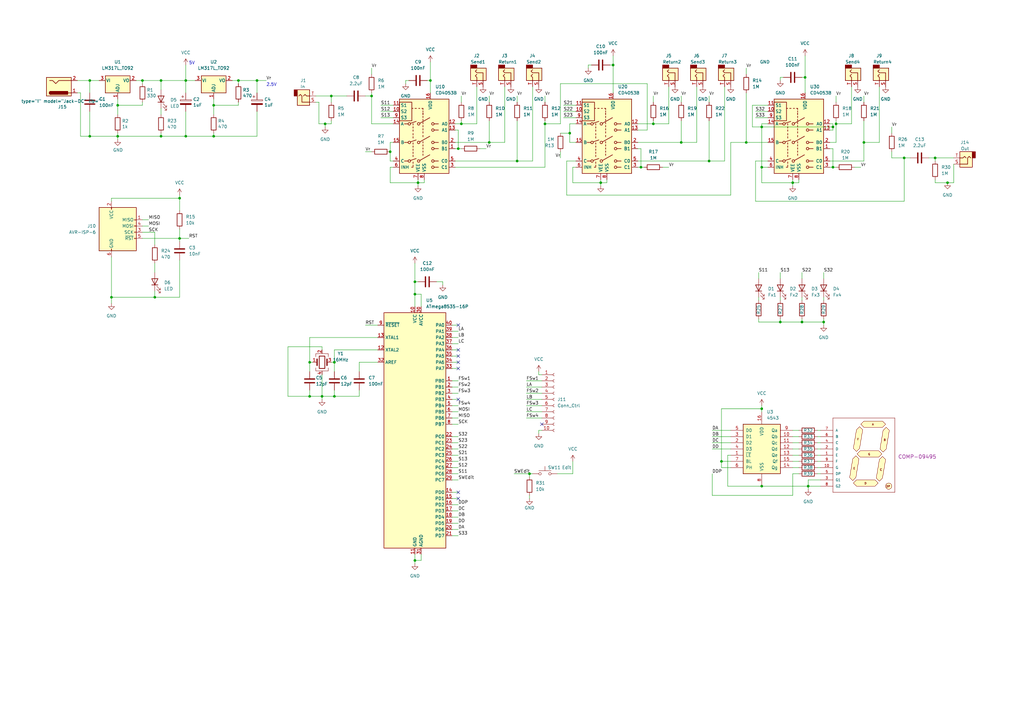
<source format=kicad_sch>
(kicad_sch (version 20211123) (generator eeschema)
  (paper "A3")
  (title_block (title "Pedal Fx Composer") (date "2022-11-01") (rev "1") (company "BDM"))
  (junction (at 66.04 33.02))
  (junction (at 325.12 74.93))
  (junction (at 233.68 54.61))
  (junction (at 127 162.56))
  (junction (at 223.52 50.8))
  (junction (at 127 148.59))
  (junction (at 137.16 162.56))
  (junction (at 135.89 39.37))
  (junction (at 87.63 55.88))
  (junction (at 73.66 81.28))
  (junction (at 48.26 43.18))
  (junction (at 295.91 189.23))
  (junction (at 58.42 33.02))
  (junction (at 189.23 50.8))
  (junction (at 87.63 43.18))
  (junction (at 63.5 121.92))
  (junction (at 306.07 58.42))
  (junction (at 388.62 74.93))
  (junction (at 105.41 33.02))
  (junction (at 312.42 68.58))
  (junction (at 137.16 148.59))
  (junction (at 267.97 50.8))
  (junction (at 330.2 31.75))
  (junction (at 342.9 50.8))
  (junction (at 251.46 26.67))
  (junction (at 170.18 120.65))
  (junction (at 176.53 33.02))
  (junction (at 36.83 33.02))
  (junction (at 170.18 229.87))
  (junction (at 132.08 162.56))
  (junction (at 187.96 60.96))
  (junction (at 76.2 33.02))
  (junction (at 36.83 55.88))
  (junction (at 66.04 55.88))
  (junction (at 170.18 115.57))
  (junction (at 217.17 194.31))
  (junction (at 341.63 52.07))
  (junction (at 370.84 64.77))
  (junction (at 152.4 39.37))
  (junction (at 337.82 132.08))
  (junction (at 200.66 58.42))
  (junction (at 331.47 199.39))
  (junction (at 383.54 64.77))
  (junction (at 45.72 121.92))
  (junction (at 246.38 74.93))
  (junction (at 312.42 167.64))
  (junction (at 212.09 66.04))
  (junction (at 73.66 97.79))
  (junction (at 171.45 74.93))
  (junction (at 97.79 33.02))
  (junction (at 279.4 58.42))
  (junction (at 290.83 66.04))
  (junction (at 320.04 132.08))
  (junction (at 133.35 50.8))
  (junction (at 48.26 55.88))
  (junction (at 76.2 55.88))
  (junction (at 160.02 62.23))
  (junction (at 328.93 132.08))
  (junction (at 354.33 58.42))
  (junction (at 312.42 199.39))
  (junction (at 312.42 52.07))
  (junction (at 341.63 68.58))
  (junction (at 262.89 68.58))
  (no_connect (at 187.96 133.35))
  (no_connect (at 187.96 148.59))
  (no_connect (at 187.96 163.83))
  (no_connect (at 222.25 173.99))
  (no_connect (at 187.96 201.93))
  (no_connect (at 187.96 151.13))
  (no_connect (at 187.96 146.05))
  (no_connect (at 187.96 204.47))
  (no_connect (at 187.96 143.51))
  (wire (pts (xy 172.72 125.73) (xy 172.72 120.65)))
  (wire (pts (xy 292.1 203.2) (xy 325.12 203.2)))
  (wire (pts (xy 350.52 68.58) (xy 353.06 68.58)))
  (wire (pts (xy 267.97 50.8) (xy 267.97 49.53)))
  (wire (pts (xy 325.12 194.31) (xy 327.66 194.31)))
  (wire (pts (xy 354.33 66.04) (xy 354.33 58.42)))
  (wire (pts (xy 185.42 209.55) (xy 187.96 209.55)))
  (wire (pts (xy 360.68 58.42) (xy 354.33 58.42)))
  (wire (pts (xy 95.25 33.02) (xy 97.79 33.02)))
  (wire (pts (xy 328.93 121.92) (xy 328.93 123.19)))
  (wire (pts (xy 87.63 43.18) (xy 87.63 40.64)))
  (wire (pts (xy 299.72 186.69) (xy 298.45 186.69)))
  (wire (pts (xy 97.79 33.02) (xy 97.79 34.29)))
  (wire (pts (xy 215.9 158.75) (xy 222.25 158.75)))
  (wire (pts (xy 299.72 58.42) (xy 306.07 58.42)))
  (wire (pts (xy 312.42 166.37) (xy 312.42 167.64)))
  (wire (pts (xy 127 138.43) (xy 154.94 138.43)))
  (wire (pts (xy 36.83 33.02) (xy 36.83 38.1)))
  (wire (pts (xy 185.42 148.59) (xy 187.96 148.59)))
  (wire (pts (xy 328.93 130.81) (xy 328.93 132.08)))
  (wire (pts (xy 63.5 107.95) (xy 63.5 111.76)))
  (wire (pts (xy 135.89 148.59) (xy 137.16 148.59)))
  (wire (pts (xy 295.91 189.23) (xy 295.91 167.64)))
  (wire (pts (xy 187.96 204.47) (xy 185.42 204.47)))
  (wire (pts (xy 328.93 31.75) (xy 330.2 31.75)))
  (wire (pts (xy 242.57 26.67) (xy 241.3 26.67)))
  (wire (pts (xy 173.99 74.93) (xy 173.99 73.66)))
  (wire (pts (xy 48.26 43.18) (xy 48.26 46.99)))
  (wire (pts (xy 232.41 80.01) (xy 299.72 80.01)))
  (wire (pts (xy 306.07 27.94) (xy 306.07 30.48)))
  (wire (pts (xy 185.42 146.05) (xy 187.96 146.05)))
  (wire (pts (xy 261.62 58.42) (xy 279.4 58.42)))
  (wire (pts (xy 73.66 121.92) (xy 63.5 121.92)))
  (wire (pts (xy 299.72 191.77) (xy 295.91 191.77)))
  (wire (pts (xy 312.42 167.64) (xy 312.42 168.91)))
  (wire (pts (xy 63.5 95.25) (xy 63.5 100.33)))
  (wire (pts (xy 132.08 162.56) (xy 137.16 162.56)))
  (wire (pts (xy 325.12 181.61) (xy 327.66 181.61)))
  (wire (pts (xy 130.81 41.91) (xy 130.81 50.8)))
  (wire (pts (xy 186.69 53.34) (xy 187.96 53.34)))
  (wire (pts (xy 36.83 55.88) (xy 48.26 55.88)))
  (wire (pts (xy 250.19 26.67) (xy 251.46 26.67)))
  (wire (pts (xy 320.04 121.92) (xy 320.04 123.19)))
  (wire (pts (xy 325.12 186.69) (xy 327.66 186.69)))
  (wire (pts (xy 132.08 142.24) (xy 118.11 142.24)))
  (wire (pts (xy 171.45 73.66) (xy 171.45 74.93)))
  (wire (pts (xy 325.12 179.07) (xy 327.66 179.07)))
  (wire (pts (xy 73.66 97.79) (xy 77.47 97.79)))
  (wire (pts (xy 187.96 201.93) (xy 185.42 201.93)))
  (wire (pts (xy 320.04 111.76) (xy 320.04 114.3)))
  (wire (pts (xy 135.89 50.8) (xy 135.89 49.53)))
  (wire (pts (xy 147.32 162.56) (xy 137.16 162.56)))
  (wire (pts (xy 185.42 138.43) (xy 187.96 138.43)))
  (wire (pts (xy 340.36 66.04) (xy 354.33 66.04)))
  (wire (pts (xy 342.9 39.37) (xy 342.9 41.91)))
  (wire (pts (xy 156.21 45.72) (xy 161.29 45.72)))
  (wire (pts (xy 335.28 179.07) (xy 336.55 179.07)))
  (wire (pts (xy 200.66 39.37) (xy 200.66 41.91)))
  (wire (pts (xy 233.68 54.61) (xy 233.68 58.42)))
  (wire (pts (xy 161.29 68.58) (xy 160.02 68.58)))
  (wire (pts (xy 335.28 176.53) (xy 336.55 176.53)))
  (wire (pts (xy 76.2 33.02) (xy 80.01 33.02)))
  (wire (pts (xy 185.42 140.97) (xy 187.96 140.97)))
  (wire (pts (xy 215.9 166.37) (xy 222.25 166.37)))
  (wire (pts (xy 185.42 166.37) (xy 187.96 166.37)))
  (wire (pts (xy 176.53 33.02) (xy 176.53 38.1)))
  (wire (pts (xy 185.42 207.01) (xy 187.96 207.01)))
  (wire (pts (xy 251.46 26.67) (xy 251.46 38.1)))
  (wire (pts (xy 388.62 74.93) (xy 391.16 74.93)))
  (wire (pts (xy 349.25 50.8) (xy 342.9 50.8)))
  (wire (pts (xy 170.18 229.87) (xy 172.72 229.87)))
  (wire (pts (xy 58.42 92.71) (xy 60.96 92.71)))
  (wire (pts (xy 262.89 60.96) (xy 262.89 68.58)))
  (wire (pts (xy 186.69 68.58) (xy 223.52 68.58)))
  (wire (pts (xy 137.16 143.51) (xy 137.16 148.59)))
  (wire (pts (xy 132.08 153.67) (xy 132.08 162.56)))
  (wire (pts (xy 233.68 50.8) (xy 233.68 54.61)))
  (wire (pts (xy 87.63 55.88) (xy 87.63 54.61)))
  (wire (pts (xy 147.32 148.59) (xy 147.32 152.4)))
  (wire (pts (xy 172.72 120.65) (xy 170.18 120.65)))
  (wire (pts (xy 234.95 194.31) (xy 234.95 189.23)))
  (wire (pts (xy 58.42 97.79) (xy 73.66 97.79)))
  (wire (pts (xy 228.6 194.31) (xy 234.95 194.31)))
  (wire (pts (xy 271.78 68.58) (xy 274.32 68.58)))
  (wire (pts (xy 335.28 189.23) (xy 336.55 189.23)))
  (wire (pts (xy 381 64.77) (xy 383.54 64.77)))
  (wire (pts (xy 279.4 49.53) (xy 279.4 58.42)))
  (wire (pts (xy 342.9 58.42) (xy 342.9 50.8)))
  (wire (pts (xy 370.84 82.55) (xy 370.84 64.77)))
  (wire (pts (xy 187.96 53.34) (xy 187.96 60.96)))
  (wire (pts (xy 160.02 62.23) (xy 160.02 66.04)))
  (wire (pts (xy 170.18 227.33) (xy 170.18 229.87)))
  (wire (pts (xy 261.62 50.8) (xy 267.97 50.8)))
  (wire (pts (xy 337.82 121.92) (xy 337.82 123.19)))
  (wire (pts (xy 207.01 58.42) (xy 200.66 58.42)))
  (wire (pts (xy 290.83 49.53) (xy 290.83 66.04)))
  (wire (pts (xy 176.53 25.4) (xy 176.53 33.02)))
  (wire (pts (xy 290.83 66.04) (xy 261.62 66.04)))
  (wire (pts (xy 295.91 191.77) (xy 295.91 189.23)))
  (wire (pts (xy 341.63 52.07) (xy 341.63 53.34)))
  (wire (pts (xy 341.63 53.34) (xy 340.36 53.34)))
  (wire (pts (xy 45.72 105.41) (xy 45.72 121.92)))
  (wire (pts (xy 312.42 68.58) (xy 312.42 74.93)))
  (wire (pts (xy 229.87 54.61) (xy 233.68 54.61)))
  (wire (pts (xy 223.52 49.53) (xy 223.52 50.8)))
  (wire (pts (xy 207.01 35.56) (xy 207.01 58.42)))
  (wire (pts (xy 66.04 33.02) (xy 58.42 33.02)))
  (wire (pts (xy 185.42 219.71) (xy 187.96 219.71)))
  (wire (pts (xy 187.96 60.96) (xy 189.23 60.96)))
  (wire (pts (xy 220.98 152.4) (xy 220.98 153.67)))
  (wire (pts (xy 166.37 33.02) (xy 166.37 34.29)))
  (wire (pts (xy 309.88 66.04) (xy 309.88 82.55)))
  (wire (pts (xy 279.4 39.37) (xy 279.4 41.91)))
  (wire (pts (xy 383.54 64.77) (xy 391.16 64.77)))
  (wire (pts (xy 341.63 68.58) (xy 342.9 68.58)))
  (wire (pts (xy 118.11 142.24) (xy 118.11 162.56)))
  (wire (pts (xy 215.9 168.91) (xy 222.25 168.91)))
  (wire (pts (xy 76.2 55.88) (xy 87.63 55.88)))
  (wire (pts (xy 309.88 82.55) (xy 370.84 82.55)))
  (wire (pts (xy 185.42 191.77) (xy 187.96 191.77)))
  (wire (pts (xy 285.75 58.42) (xy 285.75 35.56)))
  (wire (pts (xy 212.09 49.53) (xy 212.09 66.04)))
  (wire (pts (xy 185.42 196.85) (xy 187.96 196.85)))
  (wire (pts (xy 97.79 43.18) (xy 97.79 41.91)))
  (wire (pts (xy 149.86 39.37) (xy 152.4 39.37)))
  (wire (pts (xy 383.54 64.77) (xy 383.54 66.04)))
  (wire (pts (xy 233.68 58.42) (xy 236.22 58.42)))
  (wire (pts (xy 292.1 176.53) (xy 299.72 176.53)))
  (wire (pts (xy 274.32 35.56) (xy 274.32 50.8)))
  (wire (pts (xy 274.32 50.8) (xy 267.97 50.8)))
  (wire (pts (xy 58.42 33.02) (xy 58.42 34.29)))
  (wire (pts (xy 341.63 60.96) (xy 341.63 68.58)))
  (wire (pts (xy 236.22 68.58) (xy 234.95 68.58)))
  (wire (pts (xy 212.09 66.04) (xy 218.44 66.04)))
  (wire (pts (xy 186.69 66.04) (xy 212.09 66.04)))
  (wire (pts (xy 135.89 39.37) (xy 142.24 39.37)))
  (wire (pts (xy 133.35 50.8) (xy 135.89 50.8)))
  (wire (pts (xy 215.9 163.83) (xy 222.25 163.83)))
  (wire (pts (xy 73.66 93.98) (xy 73.66 97.79)))
  (wire (pts (xy 331.47 196.85) (xy 331.47 199.39)))
  (wire (pts (xy 306.07 58.42) (xy 314.96 58.42)))
  (wire (pts (xy 185.42 212.09) (xy 187.96 212.09)))
  (wire (pts (xy 170.18 120.65) (xy 170.18 125.73)))
  (wire (pts (xy 337.82 130.81) (xy 337.82 132.08)))
  (wire (pts (xy 105.41 33.02) (xy 97.79 33.02)))
  (wire (pts (xy 383.54 73.66) (xy 383.54 74.93)))
  (wire (pts (xy 325.12 73.66) (xy 325.12 74.93)))
  (wire (pts (xy 330.2 22.86) (xy 330.2 31.75)))
  (wire (pts (xy 186.69 60.96) (xy 187.96 60.96)))
  (wire (pts (xy 251.46 22.86) (xy 251.46 26.67)))
  (wire (pts (xy 360.68 35.56) (xy 360.68 58.42)))
  (wire (pts (xy 311.15 130.81) (xy 311.15 132.08)))
  (wire (pts (xy 295.91 167.64) (xy 312.42 167.64)))
  (wire (pts (xy 320.04 132.08) (xy 328.93 132.08)))
  (wire (pts (xy 127 152.4) (xy 127 148.59)))
  (wire (pts (xy 127 162.56) (xy 127 160.02)))
  (wire (pts (xy 292.1 184.15) (xy 299.72 184.15)))
  (wire (pts (xy 152.4 50.8) (xy 152.4 39.37)))
  (wire (pts (xy 105.41 45.72) (xy 105.41 55.88)))
  (wire (pts (xy 312.42 68.58) (xy 314.96 68.58)))
  (wire (pts (xy 171.45 74.93) (xy 171.45 76.2)))
  (wire (pts (xy 185.42 184.15) (xy 187.96 184.15)))
  (wire (pts (xy 311.15 132.08) (xy 320.04 132.08)))
  (wire (pts (xy 248.92 74.93) (xy 248.92 73.66)))
  (wire (pts (xy 314.96 66.04) (xy 309.88 66.04)))
  (wire (pts (xy 48.26 43.18) (xy 48.26 40.64)))
  (wire (pts (xy 36.83 45.72) (xy 36.83 55.88)))
  (wire (pts (xy 365.76 62.23) (xy 365.76 64.77)))
  (wire (pts (xy 328.93 111.76) (xy 328.93 114.3)))
  (wire (pts (xy 87.63 43.18) (xy 87.63 46.99)))
  (wire (pts (xy 170.18 115.57) (xy 170.18 120.65)))
  (wire (pts (xy 105.41 33.02) (xy 109.22 33.02)))
  (wire (pts (xy 66.04 44.45) (xy 66.04 46.99)))
  (wire (pts (xy 171.45 74.93) (xy 173.99 74.93)))
  (wire (pts (xy 330.2 31.75) (xy 330.2 38.1)))
  (wire (pts (xy 76.2 45.72) (xy 76.2 55.88)))
  (wire (pts (xy 196.85 60.96) (xy 199.39 60.96)))
  (wire (pts (xy 341.63 50.8) (xy 341.63 52.07)))
  (wire (pts (xy 189.23 39.37) (xy 189.23 41.91)))
  (wire (pts (xy 340.36 60.96) (xy 341.63 60.96)))
  (wire (pts (xy 231.14 45.72) (xy 236.22 45.72)))
  (wire (pts (xy 179.07 115.57) (xy 181.61 115.57)))
  (wire (pts (xy 170.18 229.87) (xy 170.18 231.14)))
  (wire (pts (xy 147.32 160.02) (xy 147.32 162.56)))
  (wire (pts (xy 189.23 49.53) (xy 189.23 50.8)))
  (wire (pts (xy 137.16 148.59) (xy 137.16 152.4)))
  (wire (pts (xy 185.42 173.99) (xy 187.96 173.99)))
  (wire (pts (xy 58.42 90.17) (xy 60.96 90.17)))
  (wire (pts (xy 33.02 38.1) (xy 33.02 55.88)))
  (wire (pts (xy 262.89 68.58) (xy 264.16 68.58)))
  (wire (pts (xy 298.45 186.69) (xy 298.45 199.39)))
  (wire (pts (xy 331.47 199.39) (xy 336.55 199.39)))
  (wire (pts (xy 33.02 55.88) (xy 36.83 55.88)))
  (wire (pts (xy 261.62 53.34) (xy 265.43 53.34)))
  (wire (pts (xy 48.26 55.88) (xy 48.26 57.15)))
  (wire (pts (xy 58.42 95.25) (xy 63.5 95.25)))
  (wire (pts (xy 160.02 74.93) (xy 171.45 74.93)))
  (wire (pts (xy 73.66 80.01) (xy 73.66 81.28)))
  (wire (pts (xy 340.36 58.42) (xy 342.9 58.42)))
  (wire (pts (xy 309.88 48.26) (xy 314.96 48.26)))
  (wire (pts (xy 31.75 33.02) (xy 36.83 33.02)))
  (wire (pts (xy 312.42 52.07) (xy 341.63 52.07)))
  (wire (pts (xy 152.4 38.1) (xy 152.4 39.37)))
  (wire (pts (xy 325.12 74.93) (xy 327.66 74.93)))
  (wire (pts (xy 76.2 38.1) (xy 76.2 33.02)))
  (wire (pts (xy 167.64 33.02) (xy 166.37 33.02)))
  (wire (pts (xy 340.36 50.8) (xy 341.63 50.8)))
  (wire (pts (xy 175.26 33.02) (xy 176.53 33.02)))
  (wire (pts (xy 149.86 62.23) (xy 152.4 62.23)))
  (wire (pts (xy 331.47 199.39) (xy 331.47 200.66)))
  (wire (pts (xy 308.61 52.07) (xy 312.42 52.07)))
  (wire (pts (xy 215.9 156.21) (xy 222.25 156.21)))
  (wire (pts (xy 335.28 184.15) (xy 336.55 184.15)))
  (wire (pts (xy 292.1 194.31) (xy 292.1 203.2)))
  (wire (pts (xy 133.35 52.07) (xy 133.35 50.8)))
  (wire (pts (xy 58.42 43.18) (xy 48.26 43.18)))
  (wire (pts (xy 127 138.43) (xy 127 148.59)))
  (wire (pts (xy 218.44 66.04) (xy 218.44 35.56)))
  (wire (pts (xy 298.45 199.39) (xy 312.42 199.39)))
  (wire (pts (xy 185.42 161.29) (xy 187.96 161.29)))
  (wire (pts (xy 130.81 41.91) (xy 129.54 41.91)))
  (wire (pts (xy 195.58 35.56) (xy 195.58 50.8)))
  (wire (pts (xy 185.42 189.23) (xy 187.96 189.23)))
  (wire (pts (xy 45.72 81.28) (xy 73.66 81.28)))
  (wire (pts (xy 63.5 119.38) (xy 63.5 121.92)))
  (wire (pts (xy 320.04 130.81) (xy 320.04 132.08)))
  (wire (pts (xy 171.45 115.57) (xy 170.18 115.57)))
  (wire (pts (xy 135.89 39.37) (xy 135.89 41.91)))
  (wire (pts (xy 265.43 34.29) (xy 229.87 34.29)))
  (wire (pts (xy 217.17 194.31) (xy 218.44 194.31)))
  (wire (pts (xy 312.42 199.39) (xy 331.47 199.39)))
  (wire (pts (xy 160.02 68.58) (xy 160.02 74.93)))
  (wire (pts (xy 234.95 68.58) (xy 234.95 74.93)))
  (wire (pts (xy 185.42 181.61) (xy 187.96 181.61)))
  (wire (pts (xy 45.72 82.55) (xy 45.72 81.28)))
  (wire (pts (xy 234.95 74.93) (xy 246.38 74.93)))
  (wire (pts (xy 220.98 153.67) (xy 222.25 153.67)))
  (wire (pts (xy 189.23 50.8) (xy 186.69 50.8)))
  (wire (pts (xy 66.04 55.88) (xy 48.26 55.88)))
  (wire (pts (xy 66.04 54.61) (xy 66.04 55.88)))
  (wire (pts (xy 354.33 39.37) (xy 354.33 41.91)))
  (wire (pts (xy 220.98 176.53) (xy 220.98 177.8)))
  (wire (pts (xy 73.66 81.28) (xy 73.66 86.36)))
  (wire (pts (xy 31.75 38.1) (xy 33.02 38.1)))
  (wire (pts (xy 185.42 186.69) (xy 187.96 186.69)))
  (wire (pts (xy 335.28 186.69) (xy 336.55 186.69)))
  (wire (pts (xy 391.16 74.93) (xy 391.16 67.31)))
  (wire (pts (xy 195.58 50.8) (xy 189.23 50.8)))
  (wire (pts (xy 222.25 176.53) (xy 220.98 176.53)))
  (wire (pts (xy 185.42 171.45) (xy 187.96 171.45)))
  (wire (pts (xy 340.36 68.58) (xy 341.63 68.58)))
  (wire (pts (xy 262.89 68.58) (xy 261.62 68.58)))
  (wire (pts (xy 246.38 73.66) (xy 246.38 74.93)))
  (wire (pts (xy 335.28 194.31) (xy 336.55 194.31)))
  (wire (pts (xy 335.28 191.77) (xy 336.55 191.77)))
  (wire (pts (xy 185.42 214.63) (xy 187.96 214.63)))
  (wire (pts (xy 261.62 60.96) (xy 262.89 60.96)))
  (wire (pts (xy 185.42 194.31) (xy 187.96 194.31)))
  (wire (pts (xy 36.83 33.02) (xy 40.64 33.02)))
  (wire (pts (xy 200.66 58.42) (xy 186.69 58.42)))
  (wire (pts (xy 48.26 55.88) (xy 48.26 54.61)))
  (wire (pts (xy 161.29 58.42) (xy 160.02 58.42)))
  (wire (pts (xy 354.33 49.53) (xy 354.33 58.42)))
  (wire (pts (xy 325.12 203.2) (xy 325.12 194.31)))
  (wire (pts (xy 217.17 203.2) (xy 217.17 204.47)))
  (wire (pts (xy 267.97 39.37) (xy 267.97 41.91)))
  (wire (pts (xy 328.93 132.08) (xy 337.82 132.08)))
  (wire (pts (xy 187.96 143.51) (xy 185.42 143.51)))
  (wire (pts (xy 295.91 189.23) (xy 299.72 189.23)))
  (wire (pts (xy 231.14 48.26) (xy 236.22 48.26)))
  (wire (pts (xy 231.14 43.18) (xy 236.22 43.18)))
  (wire (pts (xy 105.41 55.88) (xy 87.63 55.88)))
  (wire (pts (xy 161.29 50.8) (xy 152.4 50.8)))
  (wire (pts (xy 149.86 133.35) (xy 154.94 133.35)))
  (wire (pts (xy 185.42 135.89) (xy 187.96 135.89)))
  (wire (pts (xy 314.96 43.18) (xy 308.61 43.18)))
  (wire (pts (xy 185.42 168.91) (xy 187.96 168.91)))
  (wire (pts (xy 76.2 55.88) (xy 66.04 55.88)))
  (wire (pts (xy 320.04 31.75) (xy 321.31 31.75)))
  (wire (pts (xy 185.42 179.07) (xy 187.96 179.07)))
  (wire (pts (xy 156.21 43.18) (xy 161.29 43.18)))
  (wire (pts (xy 327.66 74.93) (xy 327.66 73.66)))
  (wire (pts (xy 200.66 49.53) (xy 200.66 58.42)))
  (wire (pts (xy 325.12 191.77) (xy 327.66 191.77)))
  (wire (pts (xy 309.88 45.72) (xy 314.96 45.72)))
  (wire (pts (xy 215.9 161.29) (xy 222.25 161.29)))
  (wire (pts (xy 147.32 148.59) (xy 154.94 148.59)))
  (wire (pts (xy 127 148.59) (xy 128.27 148.59)))
  (wire (pts (xy 325.12 176.53) (xy 327.66 176.53)))
  (wire (pts (xy 118.11 162.56) (xy 127 162.56)))
  (wire (pts (xy 337.82 132.08) (xy 337.82 133.35)))
  (wire (pts (xy 76.2 26.67) (xy 76.2 33.02)))
  (wire (pts (xy 292.1 179.07) (xy 299.72 179.07)))
  (wire (pts (xy 265.43 53.34) (xy 265.43 34.29)))
  (wire (pts (xy 349.25 35.56) (xy 349.25 50.8)))
  (wire (pts (xy 63.5 121.92) (xy 45.72 121.92)))
  (wire (pts (xy 185.42 217.17) (xy 187.96 217.17)))
  (wire (pts (xy 127 162.56) (xy 132.08 162.56)))
  (wire (pts (xy 172.72 227.33) (xy 172.72 229.87)))
  (wire (pts (xy 212.09 39.37) (xy 212.09 41.91)))
  (wire (pts (xy 383.54 74.93) (xy 388.62 74.93)))
  (wire (pts (xy 325.12 74.93) (xy 325.12 76.2)))
  (wire (pts (xy 73.66 106.68) (xy 73.66 121.92)))
  (wire (pts (xy 297.18 66.04) (xy 290.83 66.04)))
  (wire (pts (xy 365.76 64.77) (xy 370.84 64.77)))
  (wire (pts (xy 160.02 66.04) (xy 161.29 66.04)))
  (wire (pts (xy 217.17 194.31) (xy 217.17 195.58)))
  (wire (pts (xy 185.42 156.21) (xy 187.96 156.21)))
  (wire (pts (xy 241.3 26.67) (xy 241.3 27.94)))
  (wire (pts (xy 342.9 49.53) (xy 342.9 50.8)))
  (wire (pts (xy 73.66 97.79) (xy 73.66 99.06)))
  (wire (pts (xy 246.38 74.93) (xy 248.92 74.93)))
  (wire (pts (xy 236.22 66.04) (xy 232.41 66.04)))
  (wire (pts (xy 312.42 50.8) (xy 312.42 52.07)))
  (wire (pts (xy 129.54 39.37) (xy 135.89 39.37)))
  (wire (pts (xy 311.15 111.76) (xy 311.15 114.3)))
  (wire (pts (xy 279.4 58.42) (xy 285.75 58.42)))
  (wire (pts (xy 215.9 171.45) (xy 222.25 171.45)))
  (wire (pts (xy 223.52 39.37) (xy 223.52 41.91)))
  (wire (pts (xy 314.96 50.8) (xy 312.42 50.8)))
  (wire (pts (xy 325.12 184.15) (xy 327.66 184.15)))
  (wire (pts (xy 76.2 33.02) (xy 66.04 33.02)))
  (wire (pts (xy 55.88 33.02) (xy 58.42 33.02)))
  (wire (pts (xy 365.76 52.07) (xy 365.76 54.61)))
  (wire (pts (xy 160.02 58.42) (xy 160.02 62.23)))
  (wire (pts (xy 210.82 194.31) (xy 217.17 194.31)))
  (wire (pts (xy 170.18 107.95) (xy 170.18 115.57)))
  (wire (pts (xy 229.87 64.77) (xy 229.87 62.23)))
  (wire (pts (xy 312.42 52.07) (xy 312.42 68.58)))
  (wire (pts (xy 337.82 111.76) (xy 337.82 114.3)))
  (wire (pts (xy 152.4 27.94) (xy 152.4 30.48)))
  (wire (pts (xy 137.16 143.51) (xy 154.94 143.51)))
  (wire (pts (xy 308.61 43.18) (xy 308.61 52.07)))
  (wire (pts (xy 58.42 43.18) (xy 58.42 41.91)))
  (wire (pts (xy 325.12 189.23) (xy 327.66 189.23)))
  (wire (pts (xy 246.38 74.93) (xy 246.38 76.2)))
  (wire (pts (xy 187.96 133.35) (xy 185.42 133.35)))
  (wire (pts (xy 229.87 34.29) (xy 229.87 50.8)))
  (wire (pts (xy 335.28 181.61) (xy 336.55 181.61)))
  (wire (pts (xy 311.15 121.92) (xy 311.15 123.19)))
  (wire (pts (xy 290.83 39.37) (xy 290.83 41.91)))
  (wire (pts (xy 232.41 66.04) (xy 232.41 80.01)))
  (wire (pts (xy 187.96 163.83) (xy 185.42 163.83)))
  (wire (pts (xy 181.61 115.57) (xy 181.61 116.84)))
  (wire (pts (xy 105.41 38.1) (xy 105.41 33.02)))
  (wire (pts (xy 370.84 64.77) (xy 373.38 64.77)))
  (wire (pts (xy 132.08 142.24) (xy 132.08 143.51)))
  (wire (pts (xy 299.72 80.01) (xy 299.72 58.42)))
  (wire (pts (xy 156.21 48.26) (xy 161.29 48.26)))
  (wire (pts (xy 66.04 33.02) (xy 66.04 36.83)))
  (wire (pts (xy 137.16 162.56) (xy 137.16 160.02)))
  (wire (pts (xy 236.22 50.8) (xy 233.68 50.8)))
  (wire (pts (xy 292.1 181.61) (xy 299.72 181.61)))
  (wire (pts (xy 223.52 50.8) (xy 223.52 68.58)))
  (wire (pts (xy 229.87 50.8) (xy 223.52 50.8)))
  (wire (pts (xy 45.72 121.92) (xy 45.72 124.46)))
  (wire (pts (xy 297.18 35.56) (xy 297.18 66.04)))
  (wire (pts (xy 312.42 74.93) (xy 325.12 74.93)))
  (wire (pts (xy 306.07 38.1) (xy 306.07 58.42)))
  (wire (pts (xy 132.08 163.83) (xy 132.08 162.56)))
  (wire (pts (xy 187.96 151.13) (xy 185.42 151.13)))
  (wire (pts (xy 336.55 196.85) (xy 331.47 196.85)))
  (wire (pts (xy 97.79 43.18) (xy 87.63 43.18)))
  (wire (pts (xy 130.81 50.8) (xy 133.35 50.8)))
  (wire (pts (xy 185.42 158.75) (xy 187.96 158.75)))
  (wire (pts (xy 320.04 33.02) (xy 320.04 31.75)))
  (text "5V" (at 77.47 26.67 0) (effects (font (size 1.27 1.27)) (justify left bottom)))
  (text "2.5V" (at 109.22 35.56 0) (effects (font (size 1.27 1.27)) (justify left bottom)))
  (label "SCK" (at 187.96 173.99 0))
  (label "LB" (at 215.9 163.83 0))
  (label "S21" (at 231.14 43.18 0))
  (label "S32" (at 187.96 179.07 0))
  (label "DC" (at 187.96 209.55 0))
  (label "Vr" (at 109.22 33.02 0))
  (label "Vr" (at 189.23 39.37 0))
  (label "S13" (at 320.04 111.76 0))
  (label "Vr" (at 365.76 52.07 0))
  (label "S33" (at 309.88 48.26 0))
  (label "RST" (at 149.86 133.35 0))
  (label "SWEdit" (at 210.82 194.31 0))
  (label "Vr" (at 149.86 62.23 0))
  (label "SWEdit" (at 187.96 196.85 0))
  (label "FSw2" (at 187.96 158.75 0))
  (label "LB" (at 187.96 138.43 0))
  (label "FSw2" (at 215.9 161.29 0))
  (label "S22" (at 328.93 111.76 0))
  (label "Vr" (at 342.9 39.37 0))
  (label "FSw1" (at 215.9 156.21 0))
  (label "Vr" (at 353.06 68.58 0))
  (label "MOSI" (at 60.96 92.71 0))
  (label "Vr" (at 223.52 39.37 0))
  (label "RST" (at 77.47 97.79 0))
  (label "LC" (at 187.96 140.97 0))
  (label "DDP" (at 292.1 194.31 0))
  (label "S22" (at 187.96 184.15 0))
  (label "Vr" (at 290.83 39.37 0))
  (label "S23" (at 187.96 181.61 0))
  (label "S21" (at 187.96 186.69 0))
  (label "S12" (at 187.96 191.77 0))
  (label "DA" (at 292.1 176.53 0))
  (label "S23" (at 231.14 48.26 0))
  (label "Vr" (at 229.87 64.77 180))
  (label "Vr" (at 279.4 39.37 0))
  (label "FSw4" (at 215.9 171.45 0))
  (label "Vr" (at 267.97 39.37 0))
  (label "DB" (at 187.96 212.09 0))
  (label "DB" (at 292.1 179.07 0))
  (label "S33" (at 187.96 219.71 0))
  (label "S32" (at 309.88 45.72 0))
  (label "SCK" (at 60.96 95.25 0))
  (label "MOSI" (at 187.96 168.91 0))
  (label "DA" (at 187.96 217.17 0))
  (label "Vr" (at 306.07 27.94 0))
  (label "Vr" (at 274.32 68.58 0))
  (label "FSw3" (at 215.9 166.37 0))
  (label "LA" (at 215.9 158.75 0))
  (label "Vr" (at 152.4 27.94 0))
  (label "S22" (at 231.14 45.72 0))
  (label "DC" (at 292.1 181.61 0))
  (label "MISO" (at 60.96 90.17 0))
  (label "S13" (at 187.96 189.23 0))
  (label "DD" (at 187.96 214.63 0))
  (label "Vr" (at 199.39 60.96 0))
  (label "FSw4" (at 187.96 166.37 0))
  (label "S32" (at 337.82 111.76 0))
  (label "Vr" (at 354.33 39.37 0))
  (label "LC" (at 215.9 168.91 0))
  (label "S12" (at 156.21 45.72 0))
  (label "DD" (at 292.1 184.15 0))
  (label "S13" (at 156.21 48.26 0))
  (label "Vr" (at 200.66 39.37 0))
  (label "Vr" (at 212.09 39.37 0))
  (label "S11" (at 156.21 43.18 0))
  (label "S11" (at 311.15 111.76 0))
  (label "LA" (at 187.96 135.89 0))
  (label "FSw1" (at 187.96 156.21 0))
  (label "S11" (at 187.96 194.31 0))
  (label "MISO" (at 187.96 171.45 0))
  (label "FSw3" (at 187.96 161.29 0))
  (label "DDP" (at 187.96 207.01 0))
  (symbol (lib_id "power:VCC") (at 176.53 25.4 0) (unit 1)
    (property "Reference" "#PWR013" (effects hide))
    (property "Value" "VCC" (at 176.53 20.32 0))
  )
  (symbol (lib_id "Device:LED") (at 320.04 118.11 90) (unit 1)
    (property "Reference" "D2" (at 323.85 118.4274 90) (effects (justify right)))
    (property "Value" "Fx2" (at 323.85 120.9674 90) (effects (justify right)))
    (property "Footprint" "LED_THT:LED_D3.0mm" (effects hide))
  )
  (symbol (lib_id "Device:R") (at 193.04 60.96 90) (unit 1)
    (property "Reference" "R9" (at 193.04 54.61 90))
    (property "Value" "1M" (at 193.04 57.15 90))
    (property "Footprint" "Resistor_SMD:R_0603_1608Metric" (effects hide))
  )
  (symbol (lib_id "power:GND") (at 170.18 231.14 0) (unit 1)
    (property "Reference" "#PWR06" (effects hide))
    (property "Value" "GND" (at 170.18 236.22 0))
  )
  (symbol (lib_id "power:GND") (at 246.38 76.2 0) (unit 1)
    (property "Reference" "#PWR017" (effects hide))
    (property "Value" "GND" (at 313.69 25.4 0))
  )
  (symbol (lib_id "Device:R") (at 267.97 45.72 0) (unit 1)
    (property "Reference" "R16" (at 270.51 44.4499 0) (effects (justify left)))
    (property "Value" "1M" (at 270.51 46.9899 0) (effects (justify left)))
    (property "Footprint" "Resistor_SMD:R_0603_1608Metric" (effects hide))
  )
  (symbol (lib_id "power:GND") (at 209.55 35.56 0) (unit 1)
    (property "Reference" "#PWR015" (effects hide))
    (property "Value" "GND" (at 209.55 40.64 0))
  )
  (symbol (lib_id "power:GND") (at 220.98 177.8 0) (unit 1)
    (property "Reference" "#PWR012" (effects hide))
    (property "Value" "GND" (at 220.98 182.88 0))
  )
  (symbol (lib_id "Device:R") (at 331.47 189.23 90) (unit 1)
    (property "Reference" "R37" (at 331.47 189.23 90))
    (property "Value" "470" (effects hide))
    (property "Footprint" "Resistor_SMD:R_0603_1608Metric" (effects hide))
  )
  (symbol (lib_id "Connector:Jack-DC") (at 24.13 35.56 0) (mirror x) (unit 1)
    (property "Reference" "J15" (at 25.5778 43.815 0))
    (property "Value" "Jack-DC" (at 25.5778 41.5036 0))
    (property "Footprint" "Connector_BarrelJack:BarrelJack_Horizontal" (effects hide))
    (property "Manufacturer" "JLC" (effects hide))
    (property "Spice_Primitive" "I" (effects hide))
    (property "Spice_Netlist_Enabled" "Y" (effects hide))
  )
  (symbol (lib_id "Device:R") (at 354.33 45.72 0) (unit 1)
    (property "Reference" "R21" (at 356.87 44.4499 0) (effects (justify left)))
    (property "Value" "1M" (at 356.87 46.9899 0) (effects (justify left)))
    (property "Footprint" "Resistor_SMD:R_0603_1608Metric" (effects hide))
  )
  (symbol (lib_id "power:GND") (at 217.17 204.47 0) (unit 1)
    (property "Reference" "#PWR035" (effects hide))
    (property "Value" "GND" (at 217.17 208.28 0))
  )
  (symbol (lib_id "SparkFun-LED:7-SEGMENT-1DIGIT-1INCH-BLUE") (at 356.87 186.69 0) (unit 1)
    (property "Reference" "M1" (effects hide))
    (property "Value" "7-SEGMENT-1DIGIT-1INCH-BLUE" (effects hide))
    (property "Footprint" "Display_7Segment:7SegmentLED_LTS6760_LTS6780" (effects hide))
    (property "Field4" "COMP-09495" (at 368.3 187.325 0) (effects (font (size 1.524 1.524)) (justify left)))
  )
  (symbol (lib_id "power:GND") (at 331.47 200.66 0) (unit 1)
    (property "Reference" "#PWR034" (effects hide))
    (property "Value" "GND" (at 331.47 205.74 0))
  )
  (symbol (lib_id "Device:R") (at 337.82 127 180) (unit 1)
    (property "Reference" "R29" (at 337.82 127 90))
    (property "Value" "470" (effects hide))
    (property "Footprint" "Resistor_SMD:R_0603_1608Metric" (effects hide))
  )
  (symbol (lib_id "Device:C") (at 127 156.21 0) (unit 1)
    (property "Reference" "C5" (at 129.54 154.94 0) (effects (justify left)))
    (property "Value" "12pF" (at 129.54 157.48 0) (effects (justify left)))
    (property "Footprint" "Capacitor_SMD:C_0603_1608Metric" (effects hide))
  )
  (symbol (lib_id "Device:R") (at 267.97 68.58 90) (unit 1)
    (property "Reference" "R17" (at 267.97 62.23 90))
    (property "Value" "1M" (at 267.97 64.77 90))
    (property "Footprint" "Resistor_SMD:R_0603_1608Metric" (effects hide))
  )
  (symbol (lib_id "Device:R") (at 73.66 90.17 0) (unit 1)
    (property "Reference" "R15" (at 76.2 88.8999 0) (effects (justify left)))
    (property "Value" "10k" (at 76.2 91.4399 0) (effects (justify left)))
    (property "Footprint" "Resistor_SMD:R_0603_1608Metric" (effects hide))
  )
  (symbol (lib_id "Connector:AudioJack2") (at 274.32 30.48 270) (unit 1)
    (property "Reference" "J5" (at 273.05 22.86 90) (effects (justify left)))
    (property "Value" "Return2" (at 271.78 25.4 90) (effects (justify left)))
    (property "Footprint" "BDMLibrary:Jack_6.35mm_Neutrik_NRJ4HF_Horizontal" (effects hide))
  )
  (symbol (lib_id "power:GND") (at 133.35 52.07 0) (unit 1)
    (property "Reference" "#PWR08" (effects hide))
    (property "Value" "GND" (at 133.35 57.15 0))
  )
  (symbol (lib_id "darkglass-microtubes-b3k-rescue:CP-Device") (at 105.41 41.91 0) (unit 1)
    (property "Reference" "C4" (at 108.4072 40.7416 0) (effects (justify left)))
    (property "Value" "1uF" (at 108.4072 43.053 0) (effects (justify left)))
    (property "Footprint" "Capacitor_SMD:C_Elec_4x5.4" (effects hide))
    (property "Manufacturer" "JLC" (effects hide))
  )
  (symbol (lib_id "Device:R") (at 320.04 127 180) (unit 1)
    (property "Reference" "R27" (at 320.04 127 90))
    (property "Value" "470" (effects hide))
    (property "Footprint" "Resistor_SMD:R_0603_1608Metric" (effects hide))
  )
  (symbol (lib_id "darkglass-microtubes-b3k-rescue:CP-Device") (at 76.2 41.91 0) (unit 1)
    (property "Reference" "C2" (at 79.1972 40.7416 0) (effects (justify left)))
    (property "Value" "1uF" (at 79.1972 43.053 0) (effects (justify left)))
    (property "Footprint" "Capacitor_SMD:C_Elec_4x5.4" (effects hide))
    (property "Manufacturer" "JLC" (effects hide))
  )
  (symbol (lib_id "Device:C") (at 146.05 39.37 90) (unit 1)
    (property "Reference" "C8" (at 146.05 31.75 90))
    (property "Value" "2.2uF" (at 146.05 34.29 90))
    (property "Footprint" "Capacitor_SMD:C_Elec_4x5.4" (effects hide))
  )
  (symbol (lib_id "Connector:AudioJack2") (at 207.01 30.48 270) (unit 1)
    (property "Reference" "J3" (at 205.74 22.86 90) (effects (justify left)))
    (property "Value" "Return1" (at 204.47 25.4 90) (effects (justify left)))
    (property "Footprint" "BDMLibrary:Jack_6.35mm_Neutrik_NRJ4HF_Horizontal" (effects hide))
  )
  (symbol (lib_id "Device:R") (at 306.07 34.29 0) (unit 1)
    (property "Reference" "R14" (at 308.61 33.0199 0) (effects (justify left)))
    (property "Value" "1M" (at 308.61 35.5599 0) (effects (justify left)))
    (property "Footprint" "Resistor_SMD:R_0603_1608Metric" (effects hide))
  )
  (symbol (lib_id "Device:R") (at 311.15 127 180) (unit 1)
    (property "Reference" "R25" (at 311.15 127 90))
    (property "Value" "470" (effects hide))
    (property "Footprint" "Resistor_SMD:R_0603_1608Metric" (effects hide))
  )
  (symbol (lib_id "power:GND") (at 299.72 35.56 0) (unit 1)
    (property "Reference" "#PWR025" (effects hide))
    (property "Value" "GND" (at 299.72 40.64 0))
  )
  (symbol (lib_id "Device:LED") (at 66.04 40.64 90) (unit 1)
    (property "Reference" "D5" (at 69.85 40.9574 90) (effects (justify right)))
    (property "Value" "LED" (at 69.85 43.4974 90) (effects (justify right)))
    (property "Footprint" "LED_SMD:LED_0603_1608Metric" (effects hide))
  )
  (symbol (lib_id "Device:R") (at 342.9 45.72 0) (unit 1)
    (property "Reference" "R18" (at 345.44 44.4499 0) (effects (justify left)))
    (property "Value" "1M" (at 345.44 46.9899 0) (effects (justify left)))
    (property "Footprint" "Resistor_SMD:R_0603_1608Metric" (effects hide))
  )
  (symbol (lib_id "Device:LED") (at 311.15 118.11 90) (unit 1)
    (property "Reference" "D1" (at 314.96 118.4274 90) (effects (justify right)))
    (property "Value" "Fx1" (at 314.96 120.9674 90) (effects (justify right)))
    (property "Footprint" "LED_THT:LED_D3.0mm" (effects hide))
  )
  (symbol (lib_id "Connector:AudioJack2") (at 285.75 30.48 270) (unit 1)
    (property "Reference" "J6" (at 284.48 22.86 90) (effects (justify left)))
    (property "Value" "Send3" (at 283.21 25.4 90) (effects (justify left)))
    (property "Footprint" "BDMLibrary:Jack_6.35mm_Neutrik_NRJ4HF_Horizontal" (effects hide))
  )
  (symbol (lib_id "power:GND") (at 45.72 124.46 0) (unit 1)
    (property "Reference" "#PWR05" (effects hide))
    (property "Value" "GND" (at 45.72 129.54 0))
  )
  (symbol (lib_id "Device:R") (at 66.04 50.8 0) (unit 1)
    (property "Reference" "R23" (at 68.58 49.5299 0) (effects (justify left)))
    (property "Value" "470" (at 68.58 52.0699 0) (effects (justify left)))
    (property "Footprint" "Resistor_SMD:R_0603_1608Metric" (effects hide))
  )
  (symbol (lib_id "Regulator_Linear:LM317L_TO92") (at 87.63 33.02 0) (unit 1)
    (property "Reference" "U2" (at 87.63 25.4 0))
    (property "Value" "LM317L_TO92" (at 87.63 27.94 0))
    (property "Footprint" "Package_TO_SOT_THT:TO-92_Inline" (effects hide))
    (property "Datasheet" "http://www.ti.com/lit/ds/snvs775k/snvs775k.pdf" (effects hide))
  )
  (symbol (lib_id "Device:R") (at 189.23 45.72 0) (unit 1)
    (property "Reference" "R8" (at 191.77 44.4499 0) (effects (justify left)))
    (property "Value" "1M" (at 191.77 46.9899 0) (effects (justify left)))
    (property "Footprint" "Resistor_SMD:R_0603_1608Metric" (effects hide))
  )
  (symbol (lib_id "power:GND") (at 388.62 74.93 0) (unit 1)
    (property "Reference" "#PWR032" (effects hide))
    (property "Value" "GND" (at 388.62 80.01 0))
  )
  (symbol (lib_id "power:GND") (at 276.86 35.56 0) (unit 1)
    (property "Reference" "#PWR021" (effects hide))
    (property "Value" "GND" (at 276.86 40.64 0))
  )
  (symbol (lib_id "Device:C") (at 73.66 102.87 180) (unit 1)
    (property "Reference" "C3" (at 77.47 101.5999 0) (effects (justify right)))
    (property "Value" "10nF" (at 77.47 104.14 0) (effects (justify right)))
    (property "Footprint" "Capacitor_SMD:C_0603_1608Metric" (effects hide))
  )
  (symbol (lib_id "4xxx:4543") (at 312.42 184.15 0) (unit 1)
    (property "Reference" "U3" (at 314.4394 168.91 0) (effects (justify left)))
    (property "Value" "4543" (at 314.4394 171.45 0) (effects (justify left)))
    (property "Footprint" "Package_SO:SOIC-16_3.9x9.9mm_P1.27mm" (effects hide))
    (property "Datasheet" "http://www.ti.com/lit/ds/symlink/cd4543b.pdf" (effects hide))
  )
  (symbol (lib_id "Device:Crystal_GND24") (at 132.08 148.59 0) (unit 1)
    (property "Reference" "Y1" (at 139.7 145.0086 0))
    (property "Value" "16MHz" (at 139.7 147.5486 0))
    (property "Footprint" "Crystal:Crystal_SMD_3225-4Pin_3.2x2.5mm" (effects hide))
  )
  (symbol (lib_id "Device:R") (at 331.47 194.31 90) (unit 1)
    (property "Reference" "R39" (at 331.47 194.31 90))
    (property "Value" "470" (effects hide))
    (property "Footprint" "Resistor_SMD:R_0603_1608Metric" (effects hide))
  )
  (symbol (lib_id "Device:R") (at 97.79 38.1 0) (unit 1)
    (property "Reference" "R3" (at 99.568 36.9316 0) (effects (justify left)))
    (property "Value" "470" (at 99.568 39.243 0) (effects (justify left)))
    (property "Footprint" "Resistor_SMD:R_0603_1608Metric" (effects hide))
    (property "Manufacturer" "JLC" (effects hide))
  )
  (symbol (lib_id "Connector:AudioJack2") (at 297.18 30.48 270) (unit 1)
    (property "Reference" "J7" (at 295.91 22.86 90) (effects (justify left)))
    (property "Value" "Return3" (at 294.64 25.4 90) (effects (justify left)))
    (property "Footprint" "BDMLibrary:Jack_6.35mm_Neutrik_NRJ4HF_Horizontal" (effects hide))
  )
  (symbol (lib_id "Connector:AudioJack2") (at 396.24 64.77 180) (unit 1)
    (property "Reference" "J14" (at 397.51 58.42 0) (effects (justify left)))
    (property "Value" "Out" (at 397.51 60.96 0) (effects (justify left)))
    (property "Footprint" "BDMLibrary:Jack_6.35mm_Neutrik_NRJ4HF_Horizontal" (effects hide))
  )
  (symbol (lib_id "Device:R") (at 223.52 45.72 0) (unit 1)
    (property "Reference" "R12" (at 226.06 44.4499 0) (effects (justify left)))
    (property "Value" "1M" (at 226.06 46.9899 0) (effects (justify left)))
    (property "Footprint" "Resistor_SMD:R_0603_1608Metric" (effects hide))
  )
  (symbol (lib_id "Connector:AudioJack2") (at 349.25 30.48 270) (unit 1)
    (property "Reference" "J8" (at 347.98 22.86 90) (effects (justify left)))
    (property "Value" "Send4" (at 346.71 25.4 90) (effects (justify left)))
    (property "Footprint" "BDMLibrary:Jack_6.35mm_Neutrik_NRJ4HF_Horizontal" (effects hide))
  )
  (symbol (lib_id "power:VCC") (at 76.2 26.67 0) (unit 1)
    (property "Reference" "#PWR04" (effects hide))
    (property "Value" "VCC" (at 76.2 21.59 0))
  )
  (symbol (lib_id "power:GND") (at 363.22 35.56 0) (unit 1)
    (property "Reference" "#PWR024" (effects hide))
    (property "Value" "GND" (at 363.22 40.64 0))
  )
  (symbol (lib_id "Device:R") (at 331.47 176.53 90) (unit 1)
    (property "Reference" "R32" (at 331.47 176.53 90))
    (property "Value" "470" (effects hide))
    (property "Footprint" "Resistor_SMD:R_0603_1608Metric" (effects hide))
  )
  (symbol (lib_id "power:GND") (at 325.12 76.2 0) (unit 1)
    (property "Reference" "#PWR019" (effects hide))
    (property "Value" "GND" (at 325.12 81.28 0))
  )
  (symbol (lib_id "Device:R") (at 331.47 181.61 90) (unit 1)
    (property "Reference" "R34" (at 331.47 181.61 90))
    (property "Value" "470" (effects hide))
    (property "Footprint" "Resistor_SMD:R_0603_1608Metric" (effects hide))
  )
  (symbol (lib_id "Device:R") (at 63.5 104.14 0) (unit 1)
    (property "Reference" "R24" (at 66.04 102.8699 0) (effects (justify left)))
    (property "Value" "470" (at 66.04 105.4099 0) (effects (justify left)))
    (property "Footprint" "Resistor_SMD:R_0603_1608Metric" (effects hide))
  )
  (symbol (lib_id "Device:C") (at 147.32 156.21 0) (unit 1)
    (property "Reference" "C7" (at 151.13 154.9399 0) (effects (justify left)))
    (property "Value" "100nF" (at 151.13 157.4799 0) (effects (justify left)))
    (property "Footprint" "Capacitor_SMD:C_0603_1608Metric" (effects hide))
  )
  (symbol (lib_id "Device:C") (at 36.83 41.91 0) (unit 1)
    (property "Reference" "C1" (at 40.64 40.6399 0) (effects (justify left)))
    (property "Value" "100nF" (at 40.64 43.1799 0) (effects (justify left)))
    (property "Footprint" "Capacitor_SMD:C_0603_1608Metric" (effects hide))
  )
  (symbol (lib_id "Device:LED") (at 337.82 118.11 90) (unit 1)
    (property "Reference" "D4" (at 341.63 118.4274 90) (effects (justify right)))
    (property "Value" "Fx4" (at 341.63 120.9674 90) (effects (justify right)))
    (property "Footprint" "LED_THT:LED_D3.0mm" (effects hide))
  )
  (symbol (lib_id "Analog_Switch:CD4053B") (at 327.66 55.88 0) (unit 1)
    (property "Reference" "U30" (at 332.2194 35.56 0) (effects (justify left)))
    (property "Value" "CD4053B" (at 332.2194 38.1 0) (effects (justify left)))
    (property "Footprint" "Package_DIP:DIP-16_W7.62mm_Socket" (effects hide))
    (property "Datasheet" "http://www.ti.com/lit/ds/symlink/cd4052b.pdf" (effects hide))
  )
  (symbol (lib_id "Analog_Switch:CD4053B") (at 248.92 55.88 0) (unit 1)
    (property "Reference" "U20" (at 253.4794 35.56 0) (effects (justify left)))
    (property "Value" "CD4053B" (at 253.4794 38.1 0) (effects (justify left)))
    (property "Footprint" "Package_DIP:DIP-16_W7.62mm_Socket" (effects hide))
    (property "Datasheet" "http://www.ti.com/lit/ds/symlink/cd4052b.pdf" (effects hide))
  )
  (symbol (lib_id "Device:R") (at 331.47 179.07 90) (unit 1)
    (property "Reference" "R33" (at 331.47 179.07 90))
    (property "Value" "470" (effects hide))
    (property "Footprint" "Resistor_SMD:R_0603_1608Metric" (effects hide))
  )
  (symbol (lib_id "Device:C") (at 171.45 33.02 90) (unit 1)
    (property "Reference" "C9" (at 171.45 25.4 90))
    (property "Value" "100nF" (at 171.45 27.94 90))
    (property "Footprint" "Capacitor_SMD:C_0603_1608Metric" (effects hide))
  )
  (symbol (lib_id "power:GND") (at 351.79 35.56 0) (unit 1)
    (property "Reference" "#PWR022" (effects hide))
    (property "Value" "GND" (at 351.79 40.64 0))
  )
  (symbol (lib_id "Device:R") (at 331.47 184.15 90) (unit 1)
    (property "Reference" "R35" (at 331.47 184.15 90))
    (property "Value" "470" (effects hide))
    (property "Footprint" "Resistor_SMD:R_0603_1608Metric" (effects hide))
  )
  (symbol (lib_id "Device:C") (at 246.38 26.67 90) (unit 1)
    (property "Reference" "C10" (at 246.38 19.05 90))
    (property "Value" "100nF" (at 246.38 21.59 90))
    (property "Footprint" "Capacitor_SMD:C_0603_1608Metric" (effects hide))
  )
  (symbol (lib_id "power:GND") (at 198.12 35.56 0) (unit 1)
    (property "Reference" "#PWR014" (effects hide))
    (property "Value" "GND" (at 198.12 40.64 0))
  )
  (symbol (lib_id "power:VCC") (at 234.95 189.23 0) (unit 1)
    (property "Reference" "#PWR0101" (effects hide))
    (property "Value" "VCC" (at 234.95 184.15 0))
  )
  (symbol (lib_id "MCU_Microchip_ATmega:ATmega8535-16P") (at 170.18 176.53 0) (unit 1)
    (property "Reference" "U5" (at 174.7394 123.19 0) (effects (justify left)))
    (property "Value" "ATmega8535-16P" (at 174.7394 125.73 0) (effects (justify left)))
    (property "Footprint" "Package_DIP:DIP-40_W15.24mm_Socket" (effects hide))
    (property "Datasheet" "http://ww1.microchip.com/downloads/en/DeviceDoc/doc2502.pdf" (effects hide))
  )
  (symbol (lib_id "Device:R") (at 87.63 50.8 0) (unit 1)
    (property "Reference" "R4" (at 89.408 49.6316 0) (effects (justify left)))
    (property "Value" "470" (at 89.408 51.943 0) (effects (justify left)))
    (property "Footprint" "Resistor_SMD:R_0603_1608Metric" (effects hide))
    (property "Manufacturer" "JLC" (effects hide))
  )
  (symbol (lib_id "Device:R") (at 200.66 45.72 0) (unit 1)
    (property "Reference" "R10" (at 203.2 44.4499 0) (effects (justify left)))
    (property "Value" "1M" (at 203.2 46.9899 0) (effects (justify left)))
    (property "Footprint" "Resistor_SMD:R_0603_1608Metric" (effects hide))
  )
  (symbol (lib_id "power:GND") (at 288.29 35.56 0) (unit 1)
    (property "Reference" "#PWR023" (effects hide))
    (property "Value" "GND" (at 288.29 40.64 0))
  )
  (symbol (lib_id "Device:R") (at 328.93 127 180) (unit 1)
    (property "Reference" "R28" (at 328.93 127 90))
    (property "Value" "470" (effects hide))
    (property "Footprint" "Resistor_SMD:R_0603_1608Metric" (effects hide))
  )
  (symbol (lib_id "Device:R") (at 229.87 58.42 180) (unit 1)
    (property "Reference" "R13" (at 227.33 59.6901 0) (effects (justify left)))
    (property "Value" "1M" (at 227.33 57.1501 0) (effects (justify left)))
    (property "Footprint" "Resistor_SMD:R_0603_1608Metric" (effects hide))
  )
  (symbol (lib_id "power:VCC") (at 312.42 166.37 0) (unit 1)
    (property "Reference" "#PWR01" (effects hide))
    (property "Value" "VCC" (at 312.42 161.29 0))
  )
  (symbol (lib_id "power:GND") (at 241.3 27.94 0) (unit 1)
    (property "Reference" "#PWR037" (effects hide))
    (property "Value" "GND" (at 241.3 33.02 0))
  )
  (symbol (lib_id "Device:C") (at 377.19 64.77 90) (unit 1)
    (property "Reference" "C13" (at 377.19 57.15 90))
    (property "Value" "2.2uF" (at 377.19 59.69 90))
    (property "Footprint" "Capacitor_SMD:C_Elec_4x5.4" (effects hide))
  )
  (symbol (lib_id "Device:R") (at 346.71 68.58 90) (unit 1)
    (property "Reference" "R20" (at 346.71 62.23 90))
    (property "Value" "1M" (at 346.71 64.77 90))
    (property "Footprint" "Resistor_SMD:R_0603_1608Metric" (effects hide))
  )
  (symbol (lib_id "Device:R") (at 365.76 58.42 0) (unit 1)
    (property "Reference" "R26" (at 368.3 57.1499 0) (effects (justify left)))
    (property "Value" "1M" (at 368.3 59.6899 0) (effects (justify left)))
    (property "Footprint" "Resistor_SMD:R_0603_1608Metric" (effects hide))
  )
  (symbol (lib_id "Connector:AudioJack2") (at 360.68 30.48 270) (unit 1)
    (property "Reference" "J9" (at 359.41 22.86 90) (effects (justify left)))
    (property "Value" "Return4" (at 358.14 25.4 90) (effects (justify left)))
    (property "Footprint" "BDMLibrary:Jack_6.35mm_Neutrik_NRJ4HF_Horizontal" (effects hide))
  )
  (symbol (lib_id "Device:R") (at 279.4 45.72 0) (unit 1)
    (property "Reference" "R19" (at 281.94 44.4499 0) (effects (justify left)))
    (property "Value" "1M" (at 281.94 46.9899 0) (effects (justify left)))
    (property "Footprint" "Resistor_SMD:R_0603_1608Metric" (effects hide))
  )
  (symbol (lib_id "power:GND") (at 132.08 163.83 0) (unit 1)
    (property "Reference" "#PWR02" (effects hide))
    (property "Value" "GND" (at 132.08 168.91 0))
  )
  (symbol (lib_id "power:VCC") (at 220.98 152.4 0) (unit 1)
    (property "Reference" "#PWR011" (effects hide))
    (property "Value" "VCC" (at 220.98 147.32 0))
  )
  (symbol (lib_id "power:GND") (at 320.04 33.02 0) (unit 1)
    (property "Reference" "#PWR038" (effects hide))
    (property "Value" "GND" (at 320.04 38.1 0))
  )
  (symbol (lib_id "Device:R") (at 58.42 38.1 0) (unit 1)
    (property "Reference" "R1" (at 60.198 36.9316 0) (effects (justify left)))
    (property "Value" "330" (at 60.198 39.243 0) (effects (justify left)))
    (property "Footprint" "Resistor_SMD:R_0603_1608Metric" (effects hide))
    (property "Manufacturer" "JLC" (effects hide))
  )
  (symbol (lib_id "Connector:AVR-ISP-6") (at 48.26 95.25 0) (unit 1)
    (property "Reference" "J10" (at 39.37 92.7099 0) (effects (justify right)))
    (property "Value" "AVR-ISP-6" (at 39.37 95.2499 0) (effects (justify right)))
    (property "Footprint" "Connector_PinHeader_2.54mm:PinHeader_2x03_P2.54mm_Vertical" (effects hide))
    (property "Datasheet" " ~" (effects hide))
  )
  (symbol (lib_id "power:VCC") (at 73.66 80.01 0) (unit 1)
    (property "Reference" "#PWR07" (effects hide))
    (property "Value" "VCC" (at 73.66 74.93 0))
  )
  (symbol (lib_id "Device:C") (at 175.26 115.57 90) (unit 1)
    (property "Reference" "C12" (at 175.26 107.95 90))
    (property "Value" "100nF" (at 175.26 110.49 90))
    (property "Footprint" "Capacitor_SMD:C_0603_1608Metric" (effects hide))
  )
  (symbol (lib_id "Connector:AudioJack2") (at 124.46 39.37 0) (mirror x) (unit 1)
    (property "Reference" "J1" (at 123.19 33.02 0) (effects (justify left)))
    (property "Value" "In" (at 123.19 35.56 0) (effects (justify left)))
    (property "Footprint" "BDMLibrary:Jack_6.35mm_Neutrik_NRJ4HF_Horizontal" (effects hide))
  )
  (symbol (lib_id "Device:LED") (at 328.93 118.11 90) (unit 1)
    (property "Reference" "D3" (at 332.74 118.4274 90) (effects (justify right)))
    (property "Value" "Fx3" (at 332.74 120.9674 90) (effects (justify right)))
    (property "Footprint" "LED_THT:LED_D3.0mm" (effects hide))
  )
  (symbol (lib_id "Device:C") (at 137.16 156.21 0) (unit 1)
    (property "Reference" "C6" (at 139.7 154.94 0) (effects (justify left)))
    (property "Value" "12pF" (at 139.7 157.48 0) (effects (justify left)))
    (property "Footprint" "Capacitor_SMD:C_0603_1608Metric" (effects hide))
  )
  (symbol (lib_id "Device:R") (at 331.47 191.77 90) (unit 1)
    (property "Reference" "R38" (at 331.47 191.77 90))
    (property "Value" "470" (effects hide))
    (property "Footprint" "Resistor_SMD:R_0603_1608Metric" (effects hide))
  )
  (symbol (lib_id "power:GND") (at 337.82 133.35 0) (unit 1)
    (property "Reference" "#PWR027" (effects hide))
    (property "Value" "GND" (at 337.82 138.43 0))
  )
  (symbol (lib_id "Device:R") (at 217.17 199.39 0) (unit 1)
    (property "Reference" "R31" (at 219.71 198.1199 0) (effects (justify left)))
    (property "Value" "10k" (at 219.71 200.6599 0) (effects (justify left)))
    (property "Footprint" "Resistor_SMD:R_0603_1608Metric" (effects hide))
  )
  (symbol (lib_id "Device:LED") (at 63.5 115.57 90) (unit 1)
    (property "Reference" "D6" (at 67.31 115.8874 90) (effects (justify right)))
    (property "Value" "LED" (at 67.31 118.4274 90) (effects (justify right)))
    (property "Footprint" "LED_SMD:LED_0603_1608Metric" (effects hide))
  )
  (symbol (lib_id "power:GND") (at 48.26 57.15 0) (unit 1)
    (property "Reference" "#PWR03" (effects hide))
    (property "Value" "GND" (at 48.387 61.5442 0))
  )
  (symbol (lib_id "power:VCC") (at 251.46 22.86 0) (unit 1)
    (property "Reference" "#PWR018" (effects hide))
    (property "Value" "VCC" (at 251.46 17.78 0))
  )
  (symbol (lib_id "power:GND") (at 166.37 34.29 0) (unit 1)
    (property "Reference" "#PWR036" (effects hide))
    (property "Value" "GND" (at 166.37 39.37 0))
  )
  (symbol (lib_id "Connector:Conn_01x10_Female") (at 227.33 163.83 0) (unit 1)
    (property "Reference" "J11" (at 228.6 163.8299 0) (effects (justify left)))
    (property "Value" "Conn_Ctrl" (at 228.6 166.3699 0) (effects (justify left)))
    (property "Footprint" "Connector_PinHeader_2.54mm:PinHeader_1x10_P2.54mm_Vertical" (effects hide))
  )
  (symbol (lib_id "power:GND") (at 171.45 76.2 0) (unit 1)
    (property "Reference" "#PWR010" (effects hide))
    (property "Value" "GND" (at 171.45 81.28 0))
  )
  (symbol (lib_id "Connector:AudioJack2") (at 195.58 30.48 270) (unit 1)
    (property "Reference" "J2" (at 194.31 22.86 90) (effects (justify left)))
    (property "Value" "Send1" (at 193.04 25.4 90) (effects (justify left)))
    (property "Footprint" "BDMLibrary:Jack_6.35mm_Neutrik_NRJ4HF_Horizontal" (effects hide))
  )
  (symbol (lib_id "power:GND") (at 220.98 35.56 0) (unit 1)
    (property "Reference" "#PWR016" (effects hide))
    (property "Value" "GND" (at 220.98 40.64 0))
  )
  (symbol (lib_id "Device:R") (at 212.09 45.72 0) (unit 1)
    (property "Reference" "R11" (at 214.63 44.4499 0) (effects (justify left)))
    (property "Value" "1M" (at 214.63 46.9899 0) (effects (justify left)))
    (property "Footprint" "Resistor_SMD:R_0603_1608Metric" (effects hide))
  )
  (symbol (lib_id "Regulator_Linear:LM317L_TO92") (at 48.26 33.02 0) (unit 1)
    (property "Reference" "U1" (at 48.26 25.4 0))
    (property "Value" "LM317L_TO92" (at 48.26 27.94 0))
    (property "Footprint" "Package_TO_SOT_THT:TO-92_Inline" (effects hide))
    (property "Datasheet" "http://www.ti.com/lit/ds/snvs775k/snvs775k.pdf" (effects hide))
  )
  (symbol (lib_id "Connector:AudioJack2") (at 218.44 30.48 270) (unit 1)
    (property "Reference" "J4" (at 217.17 22.86 90) (effects (justify left)))
    (property "Value" "Send2" (at 215.9 25.4 90) (effects (justify left)))
    (property "Footprint" "BDMLibrary:Jack_6.35mm_Neutrik_NRJ4HF_Horizontal" (effects hide))
  )
  (symbol (lib_id "Device:R") (at 48.26 50.8 0) (unit 1)
    (property "Reference" "R2" (at 50.038 49.6316 0) (effects (justify left)))
    (property "Value" "1k" (at 50.038 51.943 0) (effects (justify left)))
    (property "Footprint" "Resistor_SMD:R_0603_1608Metric" (effects hide))
    (property "Manufacturer" "JLC" (effects hide))
  )
  (symbol (lib_id "power:VCC") (at 170.18 107.95 0) (unit 1)
    (property "Reference" "#PWR09" (effects hide))
    (property "Value" "VCC" (at 170.18 102.87 0))
  )
  (symbol (lib_id "Analog_Switch:CD4053B") (at 173.99 55.88 0) (unit 1)
    (property "Reference" "U10" (at 178.5494 35.56 0) (effects (justify left)))
    (property "Value" "CD4053B" (at 178.5494 38.1 0) (effects (justify left)))
    (property "Footprint" "Package_DIP:DIP-16_W7.62mm_Socket" (effects hide))
    (property "Datasheet" "http://www.ti.com/lit/ds/symlink/cd4052b.pdf" (effects hide))
  )
  (symbol (lib_id "Device:R") (at 156.21 62.23 90) (unit 1)
    (property "Reference" "R7" (at 156.21 55.88 90))
    (property "Value" "1M" (at 156.21 58.42 90))
    (property "Footprint" "Resistor_SMD:R_0603_1608Metric" (effects hide))
  )
  (symbol (lib_id "Switch:SW_Push") (at 223.52 194.31 0) (unit 1)
    (property "Reference" "SW11" (at 227.33 191.77 0))
    (property "Value" "Edit" (at 232.41 191.77 0))
    (property "Footprint" "Button_Switch_THT:SW_PUSH_6mm" (effects hide))
  )
  (symbol (lib_id "power:GND") (at 181.61 116.84 0) (unit 1)
    (property "Reference" "#PWR026" (effects hide))
    (property "Value" "GND" (at 181.61 121.92 0))
  )
  (symbol (lib_id "Device:R") (at 135.89 45.72 0) (unit 1)
    (property "Reference" "R5" (at 138.43 44.4499 0) (effects (justify left)))
    (property "Value" "1M" (at 138.43 46.9899 0) (effects (justify left)))
    (property "Footprint" "Resistor_SMD:R_0603_1608Metric" (effects hide))
  )
  (symbol (lib_id "power:VCC") (at 330.2 22.86 0) (unit 1)
    (property "Reference" "#PWR020" (effects hide))
    (property "Value" "VCC" (at 330.2 17.78 0))
  )
  (symbol (lib_id "Device:R") (at 152.4 34.29 0) (unit 1)
    (property "Reference" "R6" (at 154.94 33.0199 0) (effects (justify left)))
    (property "Value" "1M" (at 154.94 35.5599 0) (effects (justify left)))
    (property "Footprint" "Resistor_SMD:R_0603_1608Metric" (effects hide))
  )
  (symbol (lib_id "Device:R") (at 290.83 45.72 0) (unit 1)
    (property "Reference" "R22" (at 293.37 44.4499 0) (effects (justify left)))
    (property "Value" "1M" (at 293.37 46.9899 0) (effects (justify left)))
    (property "Footprint" "Resistor_SMD:R_0603_1608Metric" (effects hide))
  )
  (symbol (lib_id "Device:R") (at 383.54 69.85 0) (unit 1)
    (property "Reference" "R30" (at 386.08 68.5799 0) (effects (justify left)))
    (property "Value" "1M" (at 386.08 71.1199 0) (effects (justify left)))
    (property "Footprint" "Resistor_SMD:R_0603_1608Metric" (effects hide))
  )
  (symbol (lib_id "Device:R") (at 331.47 186.69 90) (unit 1)
    (property "Reference" "R36" (at 331.47 186.69 90))
    (property "Value" "470" (effects hide))
    (property "Footprint" "Resistor_SMD:R_0603_1608Metric" (effects hide))
  )
  (symbol (lib_id "Device:C") (at 325.12 31.75 90) (unit 1)
    (property "Reference" "C11" (at 325.12 24.13 90))
    (property "Value" "100nF" (at 325.12 26.67 90))
    (property "Footprint" "Capacitor_SMD:C_0603_1608Metric" (effects hide))
  )
)
</source>
